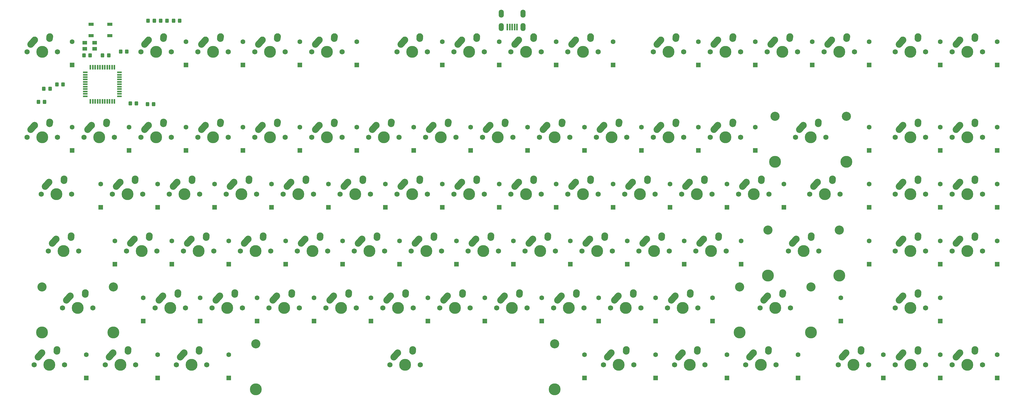
<source format=gbr>
G04 #@! TF.GenerationSoftware,KiCad,Pcbnew,(6.0.7-1)-1*
G04 #@! TF.CreationDate,2022-09-16T09:39:52+09:00*
G04 #@! TF.ProjectId,keyboard,6b657962-6f61-4726-942e-6b696361645f,rev?*
G04 #@! TF.SameCoordinates,Original*
G04 #@! TF.FileFunction,Soldermask,Bot*
G04 #@! TF.FilePolarity,Negative*
%FSLAX46Y46*%
G04 Gerber Fmt 4.6, Leading zero omitted, Abs format (unit mm)*
G04 Created by KiCad (PCBNEW (6.0.7-1)-1) date 2022-09-16 09:39:52*
%MOMM*%
%LPD*%
G01*
G04 APERTURE LIST*
G04 Aperture macros list*
%AMRoundRect*
0 Rectangle with rounded corners*
0 $1 Rounding radius*
0 $2 $3 $4 $5 $6 $7 $8 $9 X,Y pos of 4 corners*
0 Add a 4 corners polygon primitive as box body*
4,1,4,$2,$3,$4,$5,$6,$7,$8,$9,$2,$3,0*
0 Add four circle primitives for the rounded corners*
1,1,$1+$1,$2,$3*
1,1,$1+$1,$4,$5*
1,1,$1+$1,$6,$7*
1,1,$1+$1,$8,$9*
0 Add four rect primitives between the rounded corners*
20,1,$1+$1,$2,$3,$4,$5,0*
20,1,$1+$1,$4,$5,$6,$7,0*
20,1,$1+$1,$6,$7,$8,$9,0*
20,1,$1+$1,$8,$9,$2,$3,0*%
%AMHorizOval*
0 Thick line with rounded ends*
0 $1 width*
0 $2 $3 position (X,Y) of the first rounded end (center of the circle)*
0 $4 $5 position (X,Y) of the second rounded end (center of the circle)*
0 Add line between two ends*
20,1,$1,$2,$3,$4,$5,0*
0 Add two circle primitives to create the rounded ends*
1,1,$1,$2,$3*
1,1,$1,$4,$5*%
G04 Aperture macros list end*
%ADD10C,1.750000*%
%ADD11C,3.987800*%
%ADD12C,2.250000*%
%ADD13HorizOval,2.250000X0.655001X0.730000X-0.655001X-0.730000X0*%
%ADD14HorizOval,2.250000X0.020000X0.290000X-0.020000X-0.290000X0*%
%ADD15R,1.600000X1.600000*%
%ADD16C,1.600000*%
%ADD17C,3.048000*%
%ADD18RoundRect,0.250000X0.325000X0.450000X-0.325000X0.450000X-0.325000X-0.450000X0.325000X-0.450000X0*%
%ADD19RoundRect,0.250000X-0.325000X-0.450000X0.325000X-0.450000X0.325000X0.450000X-0.325000X0.450000X0*%
%ADD20R,1.700000X1.000000*%
%ADD21R,1.500000X0.550000*%
%ADD22R,0.550000X1.500000*%
%ADD23R,1.600000X1.300000*%
%ADD24O,1.700000X2.700000*%
%ADD25R,0.500000X2.250000*%
G04 APERTURE END LIST*
D10*
X272232500Y-113800000D03*
X262072500Y-113800000D03*
D11*
X267152500Y-113800000D03*
D12*
X264652500Y-109800000D03*
D13*
X263997501Y-110530000D03*
D14*
X269672500Y-109010000D03*
D12*
X269692500Y-108720000D03*
D15*
X96202500Y-137250000D03*
D16*
X96202500Y-129450000D03*
D10*
X86495000Y-47125000D03*
X76335000Y-47125000D03*
D11*
X81415000Y-47125000D03*
D12*
X78915000Y-43125000D03*
D13*
X78260001Y-43855000D03*
D12*
X83955000Y-42045000D03*
D14*
X83935000Y-42335000D03*
D10*
X119832500Y-113800000D03*
D11*
X114752500Y-113800000D03*
D10*
X109672500Y-113800000D03*
D13*
X111597501Y-110530000D03*
D12*
X112252500Y-109800000D03*
D14*
X117272500Y-109010000D03*
D12*
X117292500Y-108720000D03*
D15*
X191452500Y-137250000D03*
D16*
X191452500Y-129450000D03*
D15*
X343852500Y-118200000D03*
D16*
X343852500Y-110400000D03*
D10*
X95385000Y-75700000D03*
D11*
X100465000Y-75700000D03*
D10*
X105545000Y-75700000D03*
D12*
X97965000Y-71700000D03*
D13*
X97310001Y-72430000D03*
D14*
X102985000Y-70910000D03*
D12*
X103005000Y-70620000D03*
D15*
X272415000Y-99150000D03*
D16*
X272415000Y-91350000D03*
D15*
X362902500Y-99150000D03*
D16*
X362902500Y-91350000D03*
D10*
X347797500Y-47125000D03*
D11*
X352877500Y-47125000D03*
D10*
X357957500Y-47125000D03*
D12*
X350377500Y-43125000D03*
D13*
X349722501Y-43855000D03*
D14*
X355397500Y-42335000D03*
D12*
X355417500Y-42045000D03*
D10*
X124595000Y-47125000D03*
D11*
X119515000Y-47125000D03*
D10*
X114435000Y-47125000D03*
D13*
X116360001Y-43855000D03*
D12*
X117015000Y-43125000D03*
D14*
X122035000Y-42335000D03*
D12*
X122055000Y-42045000D03*
D15*
X362902500Y-80100000D03*
D16*
X362902500Y-72300000D03*
D15*
X143827500Y-118200000D03*
D16*
X143827500Y-110400000D03*
D15*
X320040000Y-118200000D03*
D16*
X320040000Y-110400000D03*
D15*
X320040000Y-99150000D03*
D16*
X320040000Y-91350000D03*
D15*
X343852500Y-99150000D03*
D16*
X343852500Y-91350000D03*
D10*
X157297500Y-132850000D03*
D11*
X162377500Y-132850000D03*
D10*
X167457500Y-132850000D03*
D12*
X159877500Y-128850000D03*
D13*
X159222501Y-129580000D03*
D14*
X164897500Y-128060000D03*
D12*
X164917500Y-127770000D03*
D15*
X239077500Y-118200000D03*
D16*
X239077500Y-110400000D03*
D15*
X229552500Y-137250000D03*
D16*
X229552500Y-129450000D03*
D15*
X320040000Y-80100000D03*
D16*
X320040000Y-72300000D03*
D10*
X138247500Y-132850000D03*
X148407500Y-132850000D03*
D11*
X143327500Y-132850000D03*
D12*
X140827500Y-128850000D03*
D13*
X140172501Y-129580000D03*
D14*
X145847500Y-128060000D03*
D12*
X145867500Y-127770000D03*
D15*
X300990000Y-51525000D03*
D16*
X300990000Y-43725000D03*
D10*
X357957500Y-75700000D03*
D11*
X352877500Y-75700000D03*
D10*
X347797500Y-75700000D03*
D12*
X350377500Y-71700000D03*
D13*
X349722501Y-72430000D03*
D12*
X355417500Y-70620000D03*
D14*
X355397500Y-70910000D03*
D10*
X138882500Y-113800000D03*
D11*
X133802500Y-113800000D03*
D10*
X128722500Y-113800000D03*
D12*
X131302500Y-109800000D03*
D13*
X130647501Y-110530000D03*
D14*
X136322500Y-109010000D03*
D12*
X136342500Y-108720000D03*
D10*
X219845000Y-75700000D03*
X209685000Y-75700000D03*
D11*
X214765000Y-75700000D03*
D12*
X212265000Y-71700000D03*
D13*
X211610001Y-72430000D03*
D12*
X217305000Y-70620000D03*
D14*
X217285000Y-70910000D03*
D10*
X215082500Y-113800000D03*
X204922500Y-113800000D03*
D11*
X210002500Y-113800000D03*
D13*
X206847501Y-110530000D03*
D12*
X207502500Y-109800000D03*
X212542500Y-108720000D03*
D14*
X212522500Y-109010000D03*
D15*
X105727500Y-118200000D03*
D16*
X105727500Y-110400000D03*
D10*
X224607500Y-132850000D03*
X214447500Y-132850000D03*
D11*
X219527500Y-132850000D03*
D13*
X216372501Y-129580000D03*
D12*
X217027500Y-128850000D03*
X222067500Y-127770000D03*
D14*
X222047500Y-128060000D03*
D10*
X110307500Y-132850000D03*
X100147500Y-132850000D03*
D11*
X105227500Y-132850000D03*
D13*
X102072501Y-129580000D03*
D12*
X102727500Y-128850000D03*
D14*
X107747500Y-128060000D03*
D12*
X107767500Y-127770000D03*
D15*
X72390000Y-80100000D03*
D16*
X72390000Y-72300000D03*
D11*
X157615000Y-75700000D03*
D10*
X152535000Y-75700000D03*
X162695000Y-75700000D03*
D13*
X154460001Y-72430000D03*
D12*
X155115000Y-71700000D03*
D14*
X160135000Y-70910000D03*
D12*
X160155000Y-70620000D03*
D17*
X300521750Y-125865000D03*
D10*
X283503750Y-132850000D03*
D11*
X288583750Y-132850000D03*
D10*
X293663750Y-132850000D03*
D11*
X300521750Y-141105000D03*
D17*
X276645750Y-125865000D03*
D11*
X276645750Y-141105000D03*
D13*
X285428751Y-129580000D03*
D12*
X286083750Y-128850000D03*
X291123750Y-127770000D03*
D14*
X291103750Y-128060000D03*
D10*
X328747500Y-113800000D03*
D11*
X333827500Y-113800000D03*
D10*
X338907500Y-113800000D03*
D12*
X331327500Y-109800000D03*
D13*
X330672501Y-110530000D03*
D12*
X336367500Y-108720000D03*
D14*
X336347500Y-109010000D03*
D10*
X66810000Y-94750000D03*
X76970000Y-94750000D03*
D11*
X71890000Y-94750000D03*
D13*
X68735001Y-91480000D03*
D12*
X69390000Y-90750000D03*
X74430000Y-89670000D03*
D14*
X74410000Y-89960000D03*
D15*
X124777500Y-118200000D03*
D16*
X124777500Y-110400000D03*
D10*
X295410000Y-75700000D03*
D17*
X312428000Y-68715000D03*
X288552000Y-68715000D03*
D10*
X305570000Y-75700000D03*
D11*
X312428000Y-83955000D03*
X300490000Y-75700000D03*
X288552000Y-83955000D03*
D12*
X297990000Y-71700000D03*
D13*
X297335001Y-72430000D03*
D12*
X303030000Y-70620000D03*
D14*
X303010000Y-70910000D03*
D11*
X310046750Y-122055000D03*
D10*
X293028750Y-113800000D03*
D17*
X310046750Y-106815000D03*
D11*
X286170750Y-122055000D03*
D10*
X303188750Y-113800000D03*
D17*
X286170750Y-106815000D03*
D11*
X298108750Y-113800000D03*
D13*
X294953751Y-110530000D03*
D12*
X295608750Y-109800000D03*
X300648750Y-108720000D03*
D14*
X300628750Y-109010000D03*
D11*
X314777500Y-151900000D03*
D10*
X319857500Y-151900000D03*
X309697500Y-151900000D03*
D13*
X311622501Y-148630000D03*
D12*
X312277500Y-147900000D03*
D14*
X317297500Y-147110000D03*
D12*
X317317500Y-146820000D03*
D15*
X267652500Y-137250000D03*
D16*
X267652500Y-129450000D03*
D10*
X253182500Y-113800000D03*
D11*
X248102500Y-113800000D03*
D10*
X243022500Y-113800000D03*
D13*
X244947501Y-110530000D03*
D12*
X245602500Y-109800000D03*
X250642500Y-108720000D03*
D14*
X250622500Y-109010000D03*
D17*
X214758650Y-144915000D03*
D11*
X114758850Y-160155000D03*
D10*
X159678750Y-151900000D03*
D17*
X114758850Y-144915000D03*
D10*
X169838750Y-151900000D03*
D11*
X214758650Y-160155000D03*
X164758750Y-151900000D03*
D13*
X161603751Y-148630000D03*
D12*
X162258750Y-147900000D03*
X167298750Y-146820000D03*
D14*
X167278750Y-147110000D03*
D10*
X200160000Y-94750000D03*
X210320000Y-94750000D03*
D11*
X205240000Y-94750000D03*
D13*
X202085001Y-91480000D03*
D12*
X202740000Y-90750000D03*
X207780000Y-89670000D03*
D14*
X207760000Y-89960000D03*
D10*
X243657500Y-132850000D03*
X233497500Y-132850000D03*
D11*
X238577500Y-132850000D03*
D12*
X236077500Y-128850000D03*
D13*
X235422501Y-129580000D03*
D14*
X241097500Y-128060000D03*
D12*
X241117500Y-127770000D03*
D15*
X129540000Y-80100000D03*
D16*
X129540000Y-72300000D03*
D15*
X58102500Y-156300000D03*
D16*
X58102500Y-148500000D03*
D10*
X176982500Y-113800000D03*
D11*
X171902500Y-113800000D03*
D10*
X166822500Y-113800000D03*
D13*
X168747501Y-110530000D03*
D12*
X169402500Y-109800000D03*
X174442500Y-108720000D03*
D14*
X174422500Y-109010000D03*
D15*
X320040000Y-51525000D03*
D16*
X320040000Y-43725000D03*
D10*
X42997500Y-94750000D03*
X53157500Y-94750000D03*
D11*
X48077500Y-94750000D03*
D12*
X45577500Y-90750000D03*
D13*
X44922501Y-91480000D03*
D14*
X50597500Y-89960000D03*
D12*
X50617500Y-89670000D03*
D10*
X105545000Y-47125000D03*
X95385000Y-47125000D03*
D11*
X100465000Y-47125000D03*
D13*
X97310001Y-43855000D03*
D12*
X97965000Y-43125000D03*
X103005000Y-42045000D03*
D14*
X102985000Y-42335000D03*
D15*
X148590000Y-51525000D03*
D16*
X148590000Y-43725000D03*
D15*
X258127500Y-118200000D03*
D16*
X258127500Y-110400000D03*
D11*
X352877500Y-113800000D03*
D10*
X347797500Y-113800000D03*
X357957500Y-113800000D03*
D13*
X349722501Y-110530000D03*
D12*
X350377500Y-109800000D03*
X355417500Y-108720000D03*
D14*
X355397500Y-109010000D03*
D11*
X200477500Y-132850000D03*
D10*
X195397500Y-132850000D03*
X205557500Y-132850000D03*
D13*
X197322501Y-129580000D03*
D12*
X197977500Y-128850000D03*
D14*
X202997500Y-128060000D03*
D12*
X203017500Y-127770000D03*
D15*
X110490000Y-80100000D03*
D16*
X110490000Y-72300000D03*
D11*
X190952500Y-113800000D03*
D10*
X196032500Y-113800000D03*
X185872500Y-113800000D03*
D12*
X188452500Y-109800000D03*
D13*
X187797501Y-110530000D03*
D14*
X193472500Y-109010000D03*
D12*
X193492500Y-108720000D03*
D10*
X252547500Y-132850000D03*
X262707500Y-132850000D03*
D11*
X257627500Y-132850000D03*
D13*
X254472501Y-129580000D03*
D12*
X255127500Y-128850000D03*
D14*
X260147500Y-128060000D03*
D12*
X260167500Y-127770000D03*
D15*
X291465000Y-99150000D03*
D16*
X291465000Y-91350000D03*
D10*
X181110000Y-47125000D03*
D11*
X186190000Y-47125000D03*
D10*
X191270000Y-47125000D03*
D12*
X183690000Y-43125000D03*
D13*
X183035001Y-43855000D03*
D12*
X188730000Y-42045000D03*
D14*
X188710000Y-42335000D03*
D15*
X181927500Y-118200000D03*
D16*
X181927500Y-110400000D03*
D15*
X281940000Y-80100000D03*
D16*
X281940000Y-72300000D03*
D15*
X148590000Y-80100000D03*
D16*
X148590000Y-72300000D03*
D10*
X200160000Y-47125000D03*
D11*
X205240000Y-47125000D03*
D10*
X210320000Y-47125000D03*
D12*
X202740000Y-43125000D03*
D13*
X202085001Y-43855000D03*
D12*
X207780000Y-42045000D03*
D14*
X207760000Y-42335000D03*
D15*
X100965000Y-99150000D03*
D16*
X100965000Y-91350000D03*
D15*
X248602500Y-156300000D03*
D16*
X248602500Y-148500000D03*
D10*
X278741250Y-151900000D03*
X288901250Y-151900000D03*
D11*
X283821250Y-151900000D03*
D13*
X280666251Y-148630000D03*
D12*
X281321250Y-147900000D03*
D14*
X286341250Y-147110000D03*
D12*
X286361250Y-146820000D03*
D15*
X77152500Y-137250000D03*
D16*
X77152500Y-129450000D03*
D11*
X43283250Y-141105000D03*
X55221250Y-132850000D03*
X67159250Y-141105000D03*
D17*
X67159250Y-125865000D03*
X43283250Y-125865000D03*
D10*
X50141250Y-132850000D03*
X60301250Y-132850000D03*
D13*
X52066251Y-129580000D03*
D12*
X52721250Y-128850000D03*
D14*
X57741250Y-128060000D03*
D12*
X57761250Y-127770000D03*
D10*
X134120000Y-94750000D03*
X123960000Y-94750000D03*
D11*
X129040000Y-94750000D03*
D13*
X125885001Y-91480000D03*
D12*
X126540000Y-90750000D03*
D14*
X131560000Y-89960000D03*
D12*
X131580000Y-89670000D03*
D15*
X248602500Y-137250000D03*
D16*
X248602500Y-129450000D03*
D10*
X74588750Y-151900000D03*
X64428750Y-151900000D03*
D11*
X69508750Y-151900000D03*
D12*
X67008750Y-147900000D03*
D13*
X66353751Y-148630000D03*
D12*
X72048750Y-146820000D03*
D14*
X72028750Y-147110000D03*
D15*
X362902500Y-118200000D03*
D16*
X362902500Y-110400000D03*
D15*
X277177500Y-118200000D03*
D16*
X277177500Y-110400000D03*
D11*
X76652500Y-113800000D03*
D10*
X71572500Y-113800000D03*
X81732500Y-113800000D03*
D13*
X73497501Y-110530000D03*
D12*
X74152500Y-109800000D03*
D14*
X79172500Y-109010000D03*
D12*
X79192500Y-108720000D03*
D10*
X276995000Y-47125000D03*
X266835000Y-47125000D03*
D11*
X271915000Y-47125000D03*
D12*
X269415000Y-43125000D03*
D13*
X268760001Y-43855000D03*
D14*
X274435000Y-42335000D03*
D12*
X274455000Y-42045000D03*
D10*
X100782500Y-113800000D03*
X90622500Y-113800000D03*
D11*
X95702500Y-113800000D03*
D12*
X93202500Y-109800000D03*
D13*
X92547501Y-110530000D03*
D14*
X98222500Y-109010000D03*
D12*
X98242500Y-108720000D03*
D15*
X129540000Y-51525000D03*
D16*
X129540000Y-43725000D03*
D10*
X38235000Y-47125000D03*
X48395000Y-47125000D03*
D11*
X43315000Y-47125000D03*
D13*
X40160001Y-43855000D03*
D12*
X40815000Y-43125000D03*
D14*
X45835000Y-42335000D03*
D12*
X45855000Y-42045000D03*
D15*
X81915000Y-156300000D03*
D16*
X81915000Y-148500000D03*
D10*
X338907500Y-75700000D03*
D11*
X333827500Y-75700000D03*
D10*
X328747500Y-75700000D03*
D13*
X330672501Y-72430000D03*
D12*
X331327500Y-71700000D03*
D14*
X336347500Y-70910000D03*
D12*
X336367500Y-70620000D03*
D15*
X81915000Y-99150000D03*
D16*
X81915000Y-91350000D03*
D15*
X115252500Y-137250000D03*
D16*
X115252500Y-129450000D03*
D15*
X53340000Y-80100000D03*
D16*
X53340000Y-72300000D03*
D10*
X88241250Y-151900000D03*
X98401250Y-151900000D03*
D11*
X93321250Y-151900000D03*
D12*
X90821250Y-147900000D03*
D13*
X90166251Y-148630000D03*
D12*
X95861250Y-146820000D03*
D14*
X95841250Y-147110000D03*
D10*
X266835000Y-75700000D03*
D11*
X271915000Y-75700000D03*
D10*
X276995000Y-75700000D03*
D12*
X269415000Y-71700000D03*
D13*
X268760001Y-72430000D03*
D14*
X274435000Y-70910000D03*
D12*
X274455000Y-70620000D03*
D11*
X224290000Y-94750000D03*
D10*
X229370000Y-94750000D03*
X219210000Y-94750000D03*
D13*
X221135001Y-91480000D03*
D12*
X221790000Y-90750000D03*
X226830000Y-89670000D03*
D14*
X226810000Y-89960000D03*
D15*
X272415000Y-156300000D03*
D16*
X272415000Y-148500000D03*
D15*
X200977500Y-118200000D03*
D16*
X200977500Y-110400000D03*
D15*
X243840000Y-80100000D03*
D16*
X243840000Y-72300000D03*
D11*
X352877500Y-151900000D03*
D10*
X357957500Y-151900000D03*
X347797500Y-151900000D03*
D12*
X350377500Y-147900000D03*
D13*
X349722501Y-148630000D03*
D12*
X355417500Y-146820000D03*
D14*
X355397500Y-147110000D03*
D10*
X285885000Y-47125000D03*
X296045000Y-47125000D03*
D11*
X290965000Y-47125000D03*
D12*
X288465000Y-43125000D03*
D13*
X287810001Y-43855000D03*
D14*
X293485000Y-42335000D03*
D12*
X293505000Y-42045000D03*
D15*
X343852500Y-137250000D03*
D16*
X343852500Y-129450000D03*
D15*
X62865000Y-99150000D03*
D16*
X62865000Y-91350000D03*
D15*
X134302500Y-137250000D03*
D16*
X134302500Y-129450000D03*
D15*
X281940000Y-51525000D03*
D16*
X281940000Y-43725000D03*
D11*
X186190000Y-94750000D03*
D10*
X191270000Y-94750000D03*
X181110000Y-94750000D03*
D12*
X183690000Y-90750000D03*
D13*
X183035001Y-91480000D03*
D12*
X188730000Y-89670000D03*
D14*
X188710000Y-89960000D03*
D15*
X296227500Y-156300000D03*
D16*
X296227500Y-148500000D03*
D15*
X210502500Y-137250000D03*
D16*
X210502500Y-129450000D03*
D15*
X324802500Y-156300000D03*
D16*
X324802500Y-148500000D03*
D15*
X186690000Y-80100000D03*
D16*
X186690000Y-72300000D03*
D15*
X224790000Y-80100000D03*
D16*
X224790000Y-72300000D03*
D15*
X215265000Y-99150000D03*
D16*
X215265000Y-91350000D03*
D11*
X229052500Y-113800000D03*
D10*
X223972500Y-113800000D03*
X234132500Y-113800000D03*
D12*
X226552500Y-109800000D03*
D13*
X225897501Y-110530000D03*
D12*
X231592500Y-108720000D03*
D14*
X231572500Y-109010000D03*
D15*
X162877500Y-118200000D03*
D16*
X162877500Y-110400000D03*
D11*
X86177500Y-132850000D03*
D10*
X91257500Y-132850000D03*
X81097500Y-132850000D03*
D12*
X83677500Y-128850000D03*
D13*
X83022501Y-129580000D03*
D12*
X88717500Y-127770000D03*
D14*
X88697500Y-128060000D03*
D15*
X196215000Y-51525000D03*
D16*
X196215000Y-43725000D03*
D15*
X53340000Y-51525000D03*
D16*
X53340000Y-43725000D03*
D10*
X304935000Y-47125000D03*
D11*
X310015000Y-47125000D03*
D10*
X315095000Y-47125000D03*
D12*
X307515000Y-43125000D03*
D13*
X306860001Y-43855000D03*
D14*
X312535000Y-42335000D03*
D12*
X312555000Y-42045000D03*
D15*
X110490000Y-51525000D03*
D16*
X110490000Y-43725000D03*
D10*
X310332500Y-94750000D03*
X300172500Y-94750000D03*
D11*
X305252500Y-94750000D03*
D13*
X302097501Y-91480000D03*
D12*
X302752500Y-90750000D03*
X307792500Y-89670000D03*
D14*
X307772500Y-89960000D03*
D15*
X253365000Y-99150000D03*
D16*
X253365000Y-91350000D03*
D10*
X157932500Y-113800000D03*
D11*
X152852500Y-113800000D03*
D10*
X147772500Y-113800000D03*
D12*
X150352500Y-109800000D03*
D13*
X149697501Y-110530000D03*
D12*
X155392500Y-108720000D03*
D14*
X155372500Y-109010000D03*
D11*
X43315000Y-75700000D03*
D10*
X48395000Y-75700000D03*
X38235000Y-75700000D03*
D12*
X40815000Y-71700000D03*
D13*
X40160001Y-72430000D03*
D14*
X45835000Y-70910000D03*
D12*
X45855000Y-70620000D03*
D11*
X281440000Y-94750000D03*
D10*
X276360000Y-94750000D03*
X286520000Y-94750000D03*
D12*
X278940000Y-90750000D03*
D13*
X278285001Y-91480000D03*
D14*
X283960000Y-89960000D03*
D12*
X283980000Y-89670000D03*
D11*
X333827500Y-132850000D03*
D10*
X338907500Y-132850000D03*
X328747500Y-132850000D03*
D12*
X331327500Y-128850000D03*
D13*
X330672501Y-129580000D03*
D12*
X336367500Y-127770000D03*
D14*
X336347500Y-128060000D03*
D11*
X333827500Y-151900000D03*
D10*
X338907500Y-151900000D03*
X328747500Y-151900000D03*
D12*
X331327500Y-147900000D03*
D13*
X330672501Y-148630000D03*
D14*
X336347500Y-147110000D03*
D12*
X336367500Y-146820000D03*
D15*
X167640000Y-80100000D03*
D16*
X167640000Y-72300000D03*
D15*
X234315000Y-51525000D03*
D16*
X234315000Y-43725000D03*
D10*
X241276250Y-151900000D03*
D11*
X236196250Y-151900000D03*
D10*
X231116250Y-151900000D03*
D13*
X233041251Y-148630000D03*
D12*
X233696250Y-147900000D03*
X238736250Y-146820000D03*
D14*
X238716250Y-147110000D03*
D10*
X153170000Y-94750000D03*
D11*
X148090000Y-94750000D03*
D10*
X143010000Y-94750000D03*
D13*
X144935001Y-91480000D03*
D12*
X145590000Y-90750000D03*
D14*
X150610000Y-89960000D03*
D12*
X150630000Y-89670000D03*
D15*
X86677500Y-118200000D03*
D16*
X86677500Y-110400000D03*
D10*
X257945000Y-47125000D03*
X247785000Y-47125000D03*
D11*
X252865000Y-47125000D03*
D12*
X250365000Y-43125000D03*
D13*
X249710001Y-43855000D03*
D12*
X255405000Y-42045000D03*
D14*
X255385000Y-42335000D03*
D10*
X186507500Y-132850000D03*
X176347500Y-132850000D03*
D11*
X181427500Y-132850000D03*
D12*
X178927500Y-128850000D03*
D13*
X178272501Y-129580000D03*
D14*
X183947500Y-128060000D03*
D12*
X183967500Y-127770000D03*
D10*
X172220000Y-94750000D03*
D11*
X167140000Y-94750000D03*
D10*
X162060000Y-94750000D03*
D12*
X164640000Y-90750000D03*
D13*
X163985001Y-91480000D03*
D14*
X169660000Y-89960000D03*
D12*
X169680000Y-89670000D03*
D15*
X234315000Y-99150000D03*
D16*
X234315000Y-91350000D03*
D15*
X362902500Y-51525000D03*
D16*
X362902500Y-43725000D03*
D10*
X265088750Y-151900000D03*
D11*
X260008750Y-151900000D03*
D10*
X254928750Y-151900000D03*
D12*
X257508750Y-147900000D03*
D13*
X256853751Y-148630000D03*
D14*
X262528750Y-147110000D03*
D12*
X262548750Y-146820000D03*
D15*
X177165000Y-51525000D03*
D16*
X177165000Y-43725000D03*
D15*
X262890000Y-51525000D03*
D16*
X262890000Y-43725000D03*
D11*
X50458750Y-113800000D03*
D10*
X55538750Y-113800000D03*
X45378750Y-113800000D03*
D13*
X47303751Y-110530000D03*
D12*
X47958750Y-109800000D03*
X52998750Y-108720000D03*
D14*
X52978750Y-109010000D03*
D11*
X45696250Y-151900000D03*
D10*
X40616250Y-151900000D03*
X50776250Y-151900000D03*
D13*
X42541251Y-148630000D03*
D12*
X43196250Y-147900000D03*
D14*
X48216250Y-147110000D03*
D12*
X48236250Y-146820000D03*
D15*
X343852500Y-80100000D03*
D16*
X343852500Y-72300000D03*
D10*
X172220000Y-47125000D03*
X162060000Y-47125000D03*
D11*
X167140000Y-47125000D03*
D13*
X163985001Y-43855000D03*
D12*
X164640000Y-43125000D03*
X169680000Y-42045000D03*
D14*
X169660000Y-42335000D03*
D10*
X57285000Y-75700000D03*
X67445000Y-75700000D03*
D11*
X62365000Y-75700000D03*
D13*
X59210001Y-72430000D03*
D12*
X59865000Y-71700000D03*
D14*
X64885000Y-70910000D03*
D12*
X64905000Y-70620000D03*
D15*
X343852500Y-51525000D03*
D16*
X343852500Y-43725000D03*
D11*
X224290000Y-47125000D03*
D10*
X229370000Y-47125000D03*
X219210000Y-47125000D03*
D12*
X221790000Y-43125000D03*
D13*
X221135001Y-43855000D03*
D12*
X226830000Y-42045000D03*
D14*
X226810000Y-42335000D03*
D15*
X262890000Y-80100000D03*
D16*
X262890000Y-72300000D03*
D11*
X109990000Y-94750000D03*
D10*
X104910000Y-94750000D03*
X115070000Y-94750000D03*
D12*
X107490000Y-90750000D03*
D13*
X106835001Y-91480000D03*
D12*
X112530000Y-89670000D03*
D14*
X112510000Y-89960000D03*
D15*
X343852500Y-156300000D03*
D16*
X343852500Y-148500000D03*
D10*
X247785000Y-75700000D03*
D11*
X252865000Y-75700000D03*
D10*
X257945000Y-75700000D03*
D12*
X250365000Y-71700000D03*
D13*
X249710001Y-72430000D03*
D14*
X255385000Y-70910000D03*
D12*
X255405000Y-70620000D03*
D11*
X124277500Y-132850000D03*
D10*
X119197500Y-132850000D03*
X129357500Y-132850000D03*
D12*
X121777500Y-128850000D03*
D13*
X121122501Y-129580000D03*
D12*
X126817500Y-127770000D03*
D14*
X126797500Y-128060000D03*
D10*
X133485000Y-75700000D03*
D11*
X138565000Y-75700000D03*
D10*
X143645000Y-75700000D03*
D13*
X135410001Y-72430000D03*
D12*
X136065000Y-71700000D03*
D14*
X141085000Y-70910000D03*
D12*
X141105000Y-70620000D03*
D10*
X238260000Y-94750000D03*
D11*
X243340000Y-94750000D03*
D10*
X248420000Y-94750000D03*
D13*
X240185001Y-91480000D03*
D12*
X240840000Y-90750000D03*
X245880000Y-89670000D03*
D14*
X245860000Y-89960000D03*
D10*
X114435000Y-75700000D03*
D11*
X119515000Y-75700000D03*
D10*
X124595000Y-75700000D03*
D12*
X117015000Y-71700000D03*
D13*
X116360001Y-72430000D03*
D12*
X122055000Y-70620000D03*
D14*
X122035000Y-70910000D03*
D10*
X338907500Y-94750000D03*
D11*
X333827500Y-94750000D03*
D10*
X328747500Y-94750000D03*
D12*
X331327500Y-90750000D03*
D13*
X330672501Y-91480000D03*
D12*
X336367500Y-89670000D03*
D14*
X336347500Y-89960000D03*
D10*
X267470000Y-94750000D03*
D11*
X262390000Y-94750000D03*
D10*
X257310000Y-94750000D03*
D12*
X259890000Y-90750000D03*
D13*
X259235001Y-91480000D03*
D14*
X264910000Y-89960000D03*
D12*
X264930000Y-89670000D03*
D15*
X205740000Y-80100000D03*
D16*
X205740000Y-72300000D03*
D10*
X238895000Y-75700000D03*
X228735000Y-75700000D03*
D11*
X233815000Y-75700000D03*
D13*
X230660001Y-72430000D03*
D12*
X231315000Y-71700000D03*
D14*
X236335000Y-70910000D03*
D12*
X236355000Y-70620000D03*
D10*
X85860000Y-94750000D03*
D11*
X90940000Y-94750000D03*
D10*
X96020000Y-94750000D03*
D12*
X88440000Y-90750000D03*
D13*
X87785001Y-91480000D03*
D12*
X93480000Y-89670000D03*
D14*
X93460000Y-89960000D03*
D15*
X172402500Y-137250000D03*
D16*
X172402500Y-129450000D03*
D15*
X158115000Y-99150000D03*
D16*
X158115000Y-91350000D03*
D15*
X120015000Y-99150000D03*
D16*
X120015000Y-91350000D03*
D15*
X362902500Y-156300000D03*
D16*
X362902500Y-148500000D03*
D15*
X91440000Y-80100000D03*
D16*
X91440000Y-72300000D03*
D10*
X328747500Y-47125000D03*
D11*
X333827500Y-47125000D03*
D10*
X338907500Y-47125000D03*
D12*
X331327500Y-43125000D03*
D13*
X330672501Y-43855000D03*
D12*
X336367500Y-42045000D03*
D14*
X336347500Y-42335000D03*
D15*
X91440000Y-51525000D03*
D16*
X91440000Y-43725000D03*
D15*
X139065000Y-99150000D03*
D16*
X139065000Y-91350000D03*
D15*
X310515000Y-137250000D03*
D16*
X310515000Y-129450000D03*
D15*
X67627500Y-118200000D03*
D16*
X67627500Y-110400000D03*
D15*
X153352500Y-137250000D03*
D16*
X153352500Y-129450000D03*
D15*
X105727500Y-156300000D03*
D16*
X105727500Y-148500000D03*
D10*
X357957500Y-94750000D03*
X347797500Y-94750000D03*
D11*
X352877500Y-94750000D03*
D12*
X350377500Y-90750000D03*
D13*
X349722501Y-91480000D03*
D14*
X355397500Y-89960000D03*
D12*
X355417500Y-89670000D03*
D15*
X224790000Y-156300000D03*
D16*
X224790000Y-148500000D03*
D15*
X215265000Y-51525000D03*
D16*
X215265000Y-43725000D03*
D10*
X200795000Y-75700000D03*
X190635000Y-75700000D03*
D11*
X195715000Y-75700000D03*
D12*
X193215000Y-71700000D03*
D13*
X192560001Y-72430000D03*
D14*
X198235000Y-70910000D03*
D12*
X198255000Y-70620000D03*
D10*
X143645000Y-47125000D03*
X133485000Y-47125000D03*
D11*
X138565000Y-47125000D03*
D13*
X135410001Y-43855000D03*
D12*
X136065000Y-43125000D03*
D14*
X141085000Y-42335000D03*
D12*
X141105000Y-42045000D03*
D15*
X177165000Y-99150000D03*
D16*
X177165000Y-91350000D03*
D11*
X176665000Y-75700000D03*
D10*
X171585000Y-75700000D03*
X181745000Y-75700000D03*
D12*
X174165000Y-71700000D03*
D13*
X173510001Y-72430000D03*
D14*
X179185000Y-70910000D03*
D12*
X179205000Y-70620000D03*
D15*
X220027500Y-118200000D03*
D16*
X220027500Y-110400000D03*
D15*
X196215000Y-99150000D03*
D16*
X196215000Y-91350000D03*
D10*
X86495000Y-75700000D03*
X76335000Y-75700000D03*
D11*
X81415000Y-75700000D03*
D13*
X78260001Y-72430000D03*
D12*
X78915000Y-71700000D03*
X83955000Y-70620000D03*
D14*
X83935000Y-70910000D03*
D18*
X45932603Y-59430836D03*
X43882603Y-59430836D03*
D19*
X72810749Y-64408040D03*
X74860749Y-64408040D03*
D18*
X59364994Y-48260000D03*
X57314994Y-48260000D03*
D19*
X63531621Y-48259999D03*
X65581621Y-48259999D03*
D18*
X44124744Y-63825486D03*
X42074744Y-63825486D03*
D19*
X69608104Y-46983569D03*
X71658104Y-46983569D03*
D20*
X59685239Y-37866315D03*
X65985239Y-37866315D03*
X59685239Y-41666315D03*
X65985239Y-41666315D03*
D21*
X57768511Y-61969110D03*
X57768511Y-61169110D03*
X57768511Y-60369110D03*
X57768511Y-59569110D03*
X57768511Y-58769110D03*
X57768511Y-57969110D03*
X57768511Y-57169110D03*
X57768511Y-56369110D03*
X57768511Y-55569110D03*
X57768511Y-54769110D03*
X57768511Y-53969110D03*
D22*
X59468511Y-52269110D03*
X60268511Y-52269110D03*
X61068511Y-52269110D03*
X61868511Y-52269110D03*
X62668511Y-52269110D03*
X63468511Y-52269110D03*
X64268511Y-52269110D03*
X65068511Y-52269110D03*
X65868511Y-52269110D03*
X66668511Y-52269110D03*
X67468511Y-52269110D03*
D21*
X69168511Y-53969110D03*
X69168511Y-54769110D03*
X69168511Y-55569110D03*
X69168511Y-56369110D03*
X69168511Y-57169110D03*
X69168511Y-57969110D03*
X69168511Y-58769110D03*
X69168511Y-59569110D03*
X69168511Y-60369110D03*
X69168511Y-61169110D03*
X69168511Y-61969110D03*
D22*
X67468511Y-63669110D03*
X66668511Y-63669110D03*
X65868511Y-63669110D03*
X65068511Y-63669110D03*
X64268511Y-63669110D03*
X63468511Y-63669110D03*
X62668511Y-63669110D03*
X61868511Y-63669110D03*
X61068511Y-63669110D03*
X60268511Y-63669110D03*
X59468511Y-63669110D03*
D18*
X80583464Y-64606701D03*
X78533464Y-64606701D03*
D19*
X87295834Y-36727454D03*
X89345834Y-36727454D03*
X48215889Y-58063412D03*
X50265889Y-58063412D03*
D23*
X60845255Y-46060725D03*
X57545255Y-46060725D03*
X57545255Y-44060725D03*
X60845255Y-44060725D03*
D24*
X204246250Y-38800000D03*
X204246250Y-34300000D03*
X196946250Y-38800000D03*
X196946250Y-34300000D03*
D25*
X202196250Y-38800000D03*
X201396250Y-38800000D03*
X200596250Y-38800000D03*
X199796250Y-38800000D03*
X198996250Y-38800000D03*
D19*
X82991078Y-36656153D03*
X85041078Y-36656153D03*
X78757529Y-36691804D03*
X80807529Y-36691804D03*
M02*

</source>
